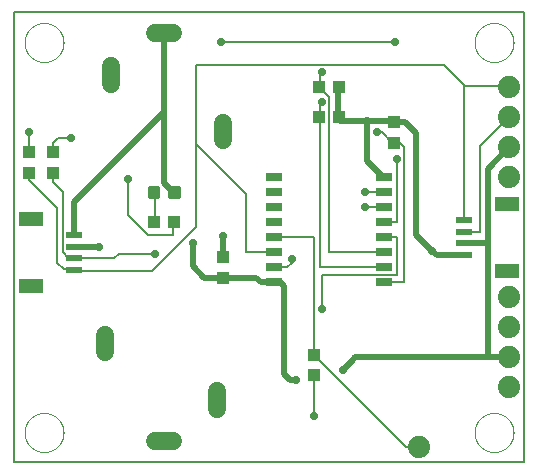
<source format=gtl>
G75*
%MOIN*%
%OFA0B0*%
%FSLAX25Y25*%
%IPPOS*%
%LPD*%
%AMOC8*
5,1,8,0,0,1.08239X$1,22.5*
%
%ADD10C,0.00800*%
%ADD11C,0.00000*%
%ADD12R,0.07874X0.04724*%
%ADD13R,0.05315X0.02362*%
%ADD14R,0.03937X0.04331*%
%ADD15R,0.05500X0.02550*%
%ADD16R,0.04331X0.03937*%
%ADD17C,0.01181*%
%ADD18C,0.07400*%
%ADD19C,0.05906*%
%ADD20C,0.02900*%
%ADD21C,0.00700*%
%ADD22C,0.02000*%
D10*
X0017370Y0015949D02*
X0017370Y0165949D01*
X0187370Y0165949D01*
X0187370Y0015949D01*
X0017370Y0015949D01*
D11*
X0020870Y0025949D02*
X0020872Y0026110D01*
X0020878Y0026270D01*
X0020888Y0026431D01*
X0020902Y0026591D01*
X0020920Y0026751D01*
X0020941Y0026910D01*
X0020967Y0027069D01*
X0020997Y0027227D01*
X0021030Y0027384D01*
X0021068Y0027541D01*
X0021109Y0027696D01*
X0021154Y0027850D01*
X0021203Y0028003D01*
X0021256Y0028155D01*
X0021312Y0028306D01*
X0021373Y0028455D01*
X0021436Y0028603D01*
X0021504Y0028749D01*
X0021575Y0028893D01*
X0021649Y0029035D01*
X0021727Y0029176D01*
X0021809Y0029314D01*
X0021894Y0029451D01*
X0021982Y0029585D01*
X0022074Y0029717D01*
X0022169Y0029847D01*
X0022267Y0029975D01*
X0022368Y0030100D01*
X0022472Y0030222D01*
X0022579Y0030342D01*
X0022689Y0030459D01*
X0022802Y0030574D01*
X0022918Y0030685D01*
X0023037Y0030794D01*
X0023158Y0030899D01*
X0023282Y0031002D01*
X0023408Y0031102D01*
X0023536Y0031198D01*
X0023667Y0031291D01*
X0023801Y0031381D01*
X0023936Y0031468D01*
X0024074Y0031551D01*
X0024213Y0031631D01*
X0024355Y0031707D01*
X0024498Y0031780D01*
X0024643Y0031849D01*
X0024790Y0031915D01*
X0024938Y0031977D01*
X0025088Y0032035D01*
X0025239Y0032090D01*
X0025392Y0032141D01*
X0025546Y0032188D01*
X0025701Y0032231D01*
X0025857Y0032270D01*
X0026013Y0032306D01*
X0026171Y0032337D01*
X0026329Y0032365D01*
X0026488Y0032389D01*
X0026648Y0032409D01*
X0026808Y0032425D01*
X0026968Y0032437D01*
X0027129Y0032445D01*
X0027290Y0032449D01*
X0027450Y0032449D01*
X0027611Y0032445D01*
X0027772Y0032437D01*
X0027932Y0032425D01*
X0028092Y0032409D01*
X0028252Y0032389D01*
X0028411Y0032365D01*
X0028569Y0032337D01*
X0028727Y0032306D01*
X0028883Y0032270D01*
X0029039Y0032231D01*
X0029194Y0032188D01*
X0029348Y0032141D01*
X0029501Y0032090D01*
X0029652Y0032035D01*
X0029802Y0031977D01*
X0029950Y0031915D01*
X0030097Y0031849D01*
X0030242Y0031780D01*
X0030385Y0031707D01*
X0030527Y0031631D01*
X0030666Y0031551D01*
X0030804Y0031468D01*
X0030939Y0031381D01*
X0031073Y0031291D01*
X0031204Y0031198D01*
X0031332Y0031102D01*
X0031458Y0031002D01*
X0031582Y0030899D01*
X0031703Y0030794D01*
X0031822Y0030685D01*
X0031938Y0030574D01*
X0032051Y0030459D01*
X0032161Y0030342D01*
X0032268Y0030222D01*
X0032372Y0030100D01*
X0032473Y0029975D01*
X0032571Y0029847D01*
X0032666Y0029717D01*
X0032758Y0029585D01*
X0032846Y0029451D01*
X0032931Y0029314D01*
X0033013Y0029176D01*
X0033091Y0029035D01*
X0033165Y0028893D01*
X0033236Y0028749D01*
X0033304Y0028603D01*
X0033367Y0028455D01*
X0033428Y0028306D01*
X0033484Y0028155D01*
X0033537Y0028003D01*
X0033586Y0027850D01*
X0033631Y0027696D01*
X0033672Y0027541D01*
X0033710Y0027384D01*
X0033743Y0027227D01*
X0033773Y0027069D01*
X0033799Y0026910D01*
X0033820Y0026751D01*
X0033838Y0026591D01*
X0033852Y0026431D01*
X0033862Y0026270D01*
X0033868Y0026110D01*
X0033870Y0025949D01*
X0033868Y0025788D01*
X0033862Y0025628D01*
X0033852Y0025467D01*
X0033838Y0025307D01*
X0033820Y0025147D01*
X0033799Y0024988D01*
X0033773Y0024829D01*
X0033743Y0024671D01*
X0033710Y0024514D01*
X0033672Y0024357D01*
X0033631Y0024202D01*
X0033586Y0024048D01*
X0033537Y0023895D01*
X0033484Y0023743D01*
X0033428Y0023592D01*
X0033367Y0023443D01*
X0033304Y0023295D01*
X0033236Y0023149D01*
X0033165Y0023005D01*
X0033091Y0022863D01*
X0033013Y0022722D01*
X0032931Y0022584D01*
X0032846Y0022447D01*
X0032758Y0022313D01*
X0032666Y0022181D01*
X0032571Y0022051D01*
X0032473Y0021923D01*
X0032372Y0021798D01*
X0032268Y0021676D01*
X0032161Y0021556D01*
X0032051Y0021439D01*
X0031938Y0021324D01*
X0031822Y0021213D01*
X0031703Y0021104D01*
X0031582Y0020999D01*
X0031458Y0020896D01*
X0031332Y0020796D01*
X0031204Y0020700D01*
X0031073Y0020607D01*
X0030939Y0020517D01*
X0030804Y0020430D01*
X0030666Y0020347D01*
X0030527Y0020267D01*
X0030385Y0020191D01*
X0030242Y0020118D01*
X0030097Y0020049D01*
X0029950Y0019983D01*
X0029802Y0019921D01*
X0029652Y0019863D01*
X0029501Y0019808D01*
X0029348Y0019757D01*
X0029194Y0019710D01*
X0029039Y0019667D01*
X0028883Y0019628D01*
X0028727Y0019592D01*
X0028569Y0019561D01*
X0028411Y0019533D01*
X0028252Y0019509D01*
X0028092Y0019489D01*
X0027932Y0019473D01*
X0027772Y0019461D01*
X0027611Y0019453D01*
X0027450Y0019449D01*
X0027290Y0019449D01*
X0027129Y0019453D01*
X0026968Y0019461D01*
X0026808Y0019473D01*
X0026648Y0019489D01*
X0026488Y0019509D01*
X0026329Y0019533D01*
X0026171Y0019561D01*
X0026013Y0019592D01*
X0025857Y0019628D01*
X0025701Y0019667D01*
X0025546Y0019710D01*
X0025392Y0019757D01*
X0025239Y0019808D01*
X0025088Y0019863D01*
X0024938Y0019921D01*
X0024790Y0019983D01*
X0024643Y0020049D01*
X0024498Y0020118D01*
X0024355Y0020191D01*
X0024213Y0020267D01*
X0024074Y0020347D01*
X0023936Y0020430D01*
X0023801Y0020517D01*
X0023667Y0020607D01*
X0023536Y0020700D01*
X0023408Y0020796D01*
X0023282Y0020896D01*
X0023158Y0020999D01*
X0023037Y0021104D01*
X0022918Y0021213D01*
X0022802Y0021324D01*
X0022689Y0021439D01*
X0022579Y0021556D01*
X0022472Y0021676D01*
X0022368Y0021798D01*
X0022267Y0021923D01*
X0022169Y0022051D01*
X0022074Y0022181D01*
X0021982Y0022313D01*
X0021894Y0022447D01*
X0021809Y0022584D01*
X0021727Y0022722D01*
X0021649Y0022863D01*
X0021575Y0023005D01*
X0021504Y0023149D01*
X0021436Y0023295D01*
X0021373Y0023443D01*
X0021312Y0023592D01*
X0021256Y0023743D01*
X0021203Y0023895D01*
X0021154Y0024048D01*
X0021109Y0024202D01*
X0021068Y0024357D01*
X0021030Y0024514D01*
X0020997Y0024671D01*
X0020967Y0024829D01*
X0020941Y0024988D01*
X0020920Y0025147D01*
X0020902Y0025307D01*
X0020888Y0025467D01*
X0020878Y0025628D01*
X0020872Y0025788D01*
X0020870Y0025949D01*
X0020870Y0155949D02*
X0020872Y0156110D01*
X0020878Y0156270D01*
X0020888Y0156431D01*
X0020902Y0156591D01*
X0020920Y0156751D01*
X0020941Y0156910D01*
X0020967Y0157069D01*
X0020997Y0157227D01*
X0021030Y0157384D01*
X0021068Y0157541D01*
X0021109Y0157696D01*
X0021154Y0157850D01*
X0021203Y0158003D01*
X0021256Y0158155D01*
X0021312Y0158306D01*
X0021373Y0158455D01*
X0021436Y0158603D01*
X0021504Y0158749D01*
X0021575Y0158893D01*
X0021649Y0159035D01*
X0021727Y0159176D01*
X0021809Y0159314D01*
X0021894Y0159451D01*
X0021982Y0159585D01*
X0022074Y0159717D01*
X0022169Y0159847D01*
X0022267Y0159975D01*
X0022368Y0160100D01*
X0022472Y0160222D01*
X0022579Y0160342D01*
X0022689Y0160459D01*
X0022802Y0160574D01*
X0022918Y0160685D01*
X0023037Y0160794D01*
X0023158Y0160899D01*
X0023282Y0161002D01*
X0023408Y0161102D01*
X0023536Y0161198D01*
X0023667Y0161291D01*
X0023801Y0161381D01*
X0023936Y0161468D01*
X0024074Y0161551D01*
X0024213Y0161631D01*
X0024355Y0161707D01*
X0024498Y0161780D01*
X0024643Y0161849D01*
X0024790Y0161915D01*
X0024938Y0161977D01*
X0025088Y0162035D01*
X0025239Y0162090D01*
X0025392Y0162141D01*
X0025546Y0162188D01*
X0025701Y0162231D01*
X0025857Y0162270D01*
X0026013Y0162306D01*
X0026171Y0162337D01*
X0026329Y0162365D01*
X0026488Y0162389D01*
X0026648Y0162409D01*
X0026808Y0162425D01*
X0026968Y0162437D01*
X0027129Y0162445D01*
X0027290Y0162449D01*
X0027450Y0162449D01*
X0027611Y0162445D01*
X0027772Y0162437D01*
X0027932Y0162425D01*
X0028092Y0162409D01*
X0028252Y0162389D01*
X0028411Y0162365D01*
X0028569Y0162337D01*
X0028727Y0162306D01*
X0028883Y0162270D01*
X0029039Y0162231D01*
X0029194Y0162188D01*
X0029348Y0162141D01*
X0029501Y0162090D01*
X0029652Y0162035D01*
X0029802Y0161977D01*
X0029950Y0161915D01*
X0030097Y0161849D01*
X0030242Y0161780D01*
X0030385Y0161707D01*
X0030527Y0161631D01*
X0030666Y0161551D01*
X0030804Y0161468D01*
X0030939Y0161381D01*
X0031073Y0161291D01*
X0031204Y0161198D01*
X0031332Y0161102D01*
X0031458Y0161002D01*
X0031582Y0160899D01*
X0031703Y0160794D01*
X0031822Y0160685D01*
X0031938Y0160574D01*
X0032051Y0160459D01*
X0032161Y0160342D01*
X0032268Y0160222D01*
X0032372Y0160100D01*
X0032473Y0159975D01*
X0032571Y0159847D01*
X0032666Y0159717D01*
X0032758Y0159585D01*
X0032846Y0159451D01*
X0032931Y0159314D01*
X0033013Y0159176D01*
X0033091Y0159035D01*
X0033165Y0158893D01*
X0033236Y0158749D01*
X0033304Y0158603D01*
X0033367Y0158455D01*
X0033428Y0158306D01*
X0033484Y0158155D01*
X0033537Y0158003D01*
X0033586Y0157850D01*
X0033631Y0157696D01*
X0033672Y0157541D01*
X0033710Y0157384D01*
X0033743Y0157227D01*
X0033773Y0157069D01*
X0033799Y0156910D01*
X0033820Y0156751D01*
X0033838Y0156591D01*
X0033852Y0156431D01*
X0033862Y0156270D01*
X0033868Y0156110D01*
X0033870Y0155949D01*
X0033868Y0155788D01*
X0033862Y0155628D01*
X0033852Y0155467D01*
X0033838Y0155307D01*
X0033820Y0155147D01*
X0033799Y0154988D01*
X0033773Y0154829D01*
X0033743Y0154671D01*
X0033710Y0154514D01*
X0033672Y0154357D01*
X0033631Y0154202D01*
X0033586Y0154048D01*
X0033537Y0153895D01*
X0033484Y0153743D01*
X0033428Y0153592D01*
X0033367Y0153443D01*
X0033304Y0153295D01*
X0033236Y0153149D01*
X0033165Y0153005D01*
X0033091Y0152863D01*
X0033013Y0152722D01*
X0032931Y0152584D01*
X0032846Y0152447D01*
X0032758Y0152313D01*
X0032666Y0152181D01*
X0032571Y0152051D01*
X0032473Y0151923D01*
X0032372Y0151798D01*
X0032268Y0151676D01*
X0032161Y0151556D01*
X0032051Y0151439D01*
X0031938Y0151324D01*
X0031822Y0151213D01*
X0031703Y0151104D01*
X0031582Y0150999D01*
X0031458Y0150896D01*
X0031332Y0150796D01*
X0031204Y0150700D01*
X0031073Y0150607D01*
X0030939Y0150517D01*
X0030804Y0150430D01*
X0030666Y0150347D01*
X0030527Y0150267D01*
X0030385Y0150191D01*
X0030242Y0150118D01*
X0030097Y0150049D01*
X0029950Y0149983D01*
X0029802Y0149921D01*
X0029652Y0149863D01*
X0029501Y0149808D01*
X0029348Y0149757D01*
X0029194Y0149710D01*
X0029039Y0149667D01*
X0028883Y0149628D01*
X0028727Y0149592D01*
X0028569Y0149561D01*
X0028411Y0149533D01*
X0028252Y0149509D01*
X0028092Y0149489D01*
X0027932Y0149473D01*
X0027772Y0149461D01*
X0027611Y0149453D01*
X0027450Y0149449D01*
X0027290Y0149449D01*
X0027129Y0149453D01*
X0026968Y0149461D01*
X0026808Y0149473D01*
X0026648Y0149489D01*
X0026488Y0149509D01*
X0026329Y0149533D01*
X0026171Y0149561D01*
X0026013Y0149592D01*
X0025857Y0149628D01*
X0025701Y0149667D01*
X0025546Y0149710D01*
X0025392Y0149757D01*
X0025239Y0149808D01*
X0025088Y0149863D01*
X0024938Y0149921D01*
X0024790Y0149983D01*
X0024643Y0150049D01*
X0024498Y0150118D01*
X0024355Y0150191D01*
X0024213Y0150267D01*
X0024074Y0150347D01*
X0023936Y0150430D01*
X0023801Y0150517D01*
X0023667Y0150607D01*
X0023536Y0150700D01*
X0023408Y0150796D01*
X0023282Y0150896D01*
X0023158Y0150999D01*
X0023037Y0151104D01*
X0022918Y0151213D01*
X0022802Y0151324D01*
X0022689Y0151439D01*
X0022579Y0151556D01*
X0022472Y0151676D01*
X0022368Y0151798D01*
X0022267Y0151923D01*
X0022169Y0152051D01*
X0022074Y0152181D01*
X0021982Y0152313D01*
X0021894Y0152447D01*
X0021809Y0152584D01*
X0021727Y0152722D01*
X0021649Y0152863D01*
X0021575Y0153005D01*
X0021504Y0153149D01*
X0021436Y0153295D01*
X0021373Y0153443D01*
X0021312Y0153592D01*
X0021256Y0153743D01*
X0021203Y0153895D01*
X0021154Y0154048D01*
X0021109Y0154202D01*
X0021068Y0154357D01*
X0021030Y0154514D01*
X0020997Y0154671D01*
X0020967Y0154829D01*
X0020941Y0154988D01*
X0020920Y0155147D01*
X0020902Y0155307D01*
X0020888Y0155467D01*
X0020878Y0155628D01*
X0020872Y0155788D01*
X0020870Y0155949D01*
X0170870Y0155949D02*
X0170872Y0156110D01*
X0170878Y0156270D01*
X0170888Y0156431D01*
X0170902Y0156591D01*
X0170920Y0156751D01*
X0170941Y0156910D01*
X0170967Y0157069D01*
X0170997Y0157227D01*
X0171030Y0157384D01*
X0171068Y0157541D01*
X0171109Y0157696D01*
X0171154Y0157850D01*
X0171203Y0158003D01*
X0171256Y0158155D01*
X0171312Y0158306D01*
X0171373Y0158455D01*
X0171436Y0158603D01*
X0171504Y0158749D01*
X0171575Y0158893D01*
X0171649Y0159035D01*
X0171727Y0159176D01*
X0171809Y0159314D01*
X0171894Y0159451D01*
X0171982Y0159585D01*
X0172074Y0159717D01*
X0172169Y0159847D01*
X0172267Y0159975D01*
X0172368Y0160100D01*
X0172472Y0160222D01*
X0172579Y0160342D01*
X0172689Y0160459D01*
X0172802Y0160574D01*
X0172918Y0160685D01*
X0173037Y0160794D01*
X0173158Y0160899D01*
X0173282Y0161002D01*
X0173408Y0161102D01*
X0173536Y0161198D01*
X0173667Y0161291D01*
X0173801Y0161381D01*
X0173936Y0161468D01*
X0174074Y0161551D01*
X0174213Y0161631D01*
X0174355Y0161707D01*
X0174498Y0161780D01*
X0174643Y0161849D01*
X0174790Y0161915D01*
X0174938Y0161977D01*
X0175088Y0162035D01*
X0175239Y0162090D01*
X0175392Y0162141D01*
X0175546Y0162188D01*
X0175701Y0162231D01*
X0175857Y0162270D01*
X0176013Y0162306D01*
X0176171Y0162337D01*
X0176329Y0162365D01*
X0176488Y0162389D01*
X0176648Y0162409D01*
X0176808Y0162425D01*
X0176968Y0162437D01*
X0177129Y0162445D01*
X0177290Y0162449D01*
X0177450Y0162449D01*
X0177611Y0162445D01*
X0177772Y0162437D01*
X0177932Y0162425D01*
X0178092Y0162409D01*
X0178252Y0162389D01*
X0178411Y0162365D01*
X0178569Y0162337D01*
X0178727Y0162306D01*
X0178883Y0162270D01*
X0179039Y0162231D01*
X0179194Y0162188D01*
X0179348Y0162141D01*
X0179501Y0162090D01*
X0179652Y0162035D01*
X0179802Y0161977D01*
X0179950Y0161915D01*
X0180097Y0161849D01*
X0180242Y0161780D01*
X0180385Y0161707D01*
X0180527Y0161631D01*
X0180666Y0161551D01*
X0180804Y0161468D01*
X0180939Y0161381D01*
X0181073Y0161291D01*
X0181204Y0161198D01*
X0181332Y0161102D01*
X0181458Y0161002D01*
X0181582Y0160899D01*
X0181703Y0160794D01*
X0181822Y0160685D01*
X0181938Y0160574D01*
X0182051Y0160459D01*
X0182161Y0160342D01*
X0182268Y0160222D01*
X0182372Y0160100D01*
X0182473Y0159975D01*
X0182571Y0159847D01*
X0182666Y0159717D01*
X0182758Y0159585D01*
X0182846Y0159451D01*
X0182931Y0159314D01*
X0183013Y0159176D01*
X0183091Y0159035D01*
X0183165Y0158893D01*
X0183236Y0158749D01*
X0183304Y0158603D01*
X0183367Y0158455D01*
X0183428Y0158306D01*
X0183484Y0158155D01*
X0183537Y0158003D01*
X0183586Y0157850D01*
X0183631Y0157696D01*
X0183672Y0157541D01*
X0183710Y0157384D01*
X0183743Y0157227D01*
X0183773Y0157069D01*
X0183799Y0156910D01*
X0183820Y0156751D01*
X0183838Y0156591D01*
X0183852Y0156431D01*
X0183862Y0156270D01*
X0183868Y0156110D01*
X0183870Y0155949D01*
X0183868Y0155788D01*
X0183862Y0155628D01*
X0183852Y0155467D01*
X0183838Y0155307D01*
X0183820Y0155147D01*
X0183799Y0154988D01*
X0183773Y0154829D01*
X0183743Y0154671D01*
X0183710Y0154514D01*
X0183672Y0154357D01*
X0183631Y0154202D01*
X0183586Y0154048D01*
X0183537Y0153895D01*
X0183484Y0153743D01*
X0183428Y0153592D01*
X0183367Y0153443D01*
X0183304Y0153295D01*
X0183236Y0153149D01*
X0183165Y0153005D01*
X0183091Y0152863D01*
X0183013Y0152722D01*
X0182931Y0152584D01*
X0182846Y0152447D01*
X0182758Y0152313D01*
X0182666Y0152181D01*
X0182571Y0152051D01*
X0182473Y0151923D01*
X0182372Y0151798D01*
X0182268Y0151676D01*
X0182161Y0151556D01*
X0182051Y0151439D01*
X0181938Y0151324D01*
X0181822Y0151213D01*
X0181703Y0151104D01*
X0181582Y0150999D01*
X0181458Y0150896D01*
X0181332Y0150796D01*
X0181204Y0150700D01*
X0181073Y0150607D01*
X0180939Y0150517D01*
X0180804Y0150430D01*
X0180666Y0150347D01*
X0180527Y0150267D01*
X0180385Y0150191D01*
X0180242Y0150118D01*
X0180097Y0150049D01*
X0179950Y0149983D01*
X0179802Y0149921D01*
X0179652Y0149863D01*
X0179501Y0149808D01*
X0179348Y0149757D01*
X0179194Y0149710D01*
X0179039Y0149667D01*
X0178883Y0149628D01*
X0178727Y0149592D01*
X0178569Y0149561D01*
X0178411Y0149533D01*
X0178252Y0149509D01*
X0178092Y0149489D01*
X0177932Y0149473D01*
X0177772Y0149461D01*
X0177611Y0149453D01*
X0177450Y0149449D01*
X0177290Y0149449D01*
X0177129Y0149453D01*
X0176968Y0149461D01*
X0176808Y0149473D01*
X0176648Y0149489D01*
X0176488Y0149509D01*
X0176329Y0149533D01*
X0176171Y0149561D01*
X0176013Y0149592D01*
X0175857Y0149628D01*
X0175701Y0149667D01*
X0175546Y0149710D01*
X0175392Y0149757D01*
X0175239Y0149808D01*
X0175088Y0149863D01*
X0174938Y0149921D01*
X0174790Y0149983D01*
X0174643Y0150049D01*
X0174498Y0150118D01*
X0174355Y0150191D01*
X0174213Y0150267D01*
X0174074Y0150347D01*
X0173936Y0150430D01*
X0173801Y0150517D01*
X0173667Y0150607D01*
X0173536Y0150700D01*
X0173408Y0150796D01*
X0173282Y0150896D01*
X0173158Y0150999D01*
X0173037Y0151104D01*
X0172918Y0151213D01*
X0172802Y0151324D01*
X0172689Y0151439D01*
X0172579Y0151556D01*
X0172472Y0151676D01*
X0172368Y0151798D01*
X0172267Y0151923D01*
X0172169Y0152051D01*
X0172074Y0152181D01*
X0171982Y0152313D01*
X0171894Y0152447D01*
X0171809Y0152584D01*
X0171727Y0152722D01*
X0171649Y0152863D01*
X0171575Y0153005D01*
X0171504Y0153149D01*
X0171436Y0153295D01*
X0171373Y0153443D01*
X0171312Y0153592D01*
X0171256Y0153743D01*
X0171203Y0153895D01*
X0171154Y0154048D01*
X0171109Y0154202D01*
X0171068Y0154357D01*
X0171030Y0154514D01*
X0170997Y0154671D01*
X0170967Y0154829D01*
X0170941Y0154988D01*
X0170920Y0155147D01*
X0170902Y0155307D01*
X0170888Y0155467D01*
X0170878Y0155628D01*
X0170872Y0155788D01*
X0170870Y0155949D01*
X0170870Y0025949D02*
X0170872Y0026110D01*
X0170878Y0026270D01*
X0170888Y0026431D01*
X0170902Y0026591D01*
X0170920Y0026751D01*
X0170941Y0026910D01*
X0170967Y0027069D01*
X0170997Y0027227D01*
X0171030Y0027384D01*
X0171068Y0027541D01*
X0171109Y0027696D01*
X0171154Y0027850D01*
X0171203Y0028003D01*
X0171256Y0028155D01*
X0171312Y0028306D01*
X0171373Y0028455D01*
X0171436Y0028603D01*
X0171504Y0028749D01*
X0171575Y0028893D01*
X0171649Y0029035D01*
X0171727Y0029176D01*
X0171809Y0029314D01*
X0171894Y0029451D01*
X0171982Y0029585D01*
X0172074Y0029717D01*
X0172169Y0029847D01*
X0172267Y0029975D01*
X0172368Y0030100D01*
X0172472Y0030222D01*
X0172579Y0030342D01*
X0172689Y0030459D01*
X0172802Y0030574D01*
X0172918Y0030685D01*
X0173037Y0030794D01*
X0173158Y0030899D01*
X0173282Y0031002D01*
X0173408Y0031102D01*
X0173536Y0031198D01*
X0173667Y0031291D01*
X0173801Y0031381D01*
X0173936Y0031468D01*
X0174074Y0031551D01*
X0174213Y0031631D01*
X0174355Y0031707D01*
X0174498Y0031780D01*
X0174643Y0031849D01*
X0174790Y0031915D01*
X0174938Y0031977D01*
X0175088Y0032035D01*
X0175239Y0032090D01*
X0175392Y0032141D01*
X0175546Y0032188D01*
X0175701Y0032231D01*
X0175857Y0032270D01*
X0176013Y0032306D01*
X0176171Y0032337D01*
X0176329Y0032365D01*
X0176488Y0032389D01*
X0176648Y0032409D01*
X0176808Y0032425D01*
X0176968Y0032437D01*
X0177129Y0032445D01*
X0177290Y0032449D01*
X0177450Y0032449D01*
X0177611Y0032445D01*
X0177772Y0032437D01*
X0177932Y0032425D01*
X0178092Y0032409D01*
X0178252Y0032389D01*
X0178411Y0032365D01*
X0178569Y0032337D01*
X0178727Y0032306D01*
X0178883Y0032270D01*
X0179039Y0032231D01*
X0179194Y0032188D01*
X0179348Y0032141D01*
X0179501Y0032090D01*
X0179652Y0032035D01*
X0179802Y0031977D01*
X0179950Y0031915D01*
X0180097Y0031849D01*
X0180242Y0031780D01*
X0180385Y0031707D01*
X0180527Y0031631D01*
X0180666Y0031551D01*
X0180804Y0031468D01*
X0180939Y0031381D01*
X0181073Y0031291D01*
X0181204Y0031198D01*
X0181332Y0031102D01*
X0181458Y0031002D01*
X0181582Y0030899D01*
X0181703Y0030794D01*
X0181822Y0030685D01*
X0181938Y0030574D01*
X0182051Y0030459D01*
X0182161Y0030342D01*
X0182268Y0030222D01*
X0182372Y0030100D01*
X0182473Y0029975D01*
X0182571Y0029847D01*
X0182666Y0029717D01*
X0182758Y0029585D01*
X0182846Y0029451D01*
X0182931Y0029314D01*
X0183013Y0029176D01*
X0183091Y0029035D01*
X0183165Y0028893D01*
X0183236Y0028749D01*
X0183304Y0028603D01*
X0183367Y0028455D01*
X0183428Y0028306D01*
X0183484Y0028155D01*
X0183537Y0028003D01*
X0183586Y0027850D01*
X0183631Y0027696D01*
X0183672Y0027541D01*
X0183710Y0027384D01*
X0183743Y0027227D01*
X0183773Y0027069D01*
X0183799Y0026910D01*
X0183820Y0026751D01*
X0183838Y0026591D01*
X0183852Y0026431D01*
X0183862Y0026270D01*
X0183868Y0026110D01*
X0183870Y0025949D01*
X0183868Y0025788D01*
X0183862Y0025628D01*
X0183852Y0025467D01*
X0183838Y0025307D01*
X0183820Y0025147D01*
X0183799Y0024988D01*
X0183773Y0024829D01*
X0183743Y0024671D01*
X0183710Y0024514D01*
X0183672Y0024357D01*
X0183631Y0024202D01*
X0183586Y0024048D01*
X0183537Y0023895D01*
X0183484Y0023743D01*
X0183428Y0023592D01*
X0183367Y0023443D01*
X0183304Y0023295D01*
X0183236Y0023149D01*
X0183165Y0023005D01*
X0183091Y0022863D01*
X0183013Y0022722D01*
X0182931Y0022584D01*
X0182846Y0022447D01*
X0182758Y0022313D01*
X0182666Y0022181D01*
X0182571Y0022051D01*
X0182473Y0021923D01*
X0182372Y0021798D01*
X0182268Y0021676D01*
X0182161Y0021556D01*
X0182051Y0021439D01*
X0181938Y0021324D01*
X0181822Y0021213D01*
X0181703Y0021104D01*
X0181582Y0020999D01*
X0181458Y0020896D01*
X0181332Y0020796D01*
X0181204Y0020700D01*
X0181073Y0020607D01*
X0180939Y0020517D01*
X0180804Y0020430D01*
X0180666Y0020347D01*
X0180527Y0020267D01*
X0180385Y0020191D01*
X0180242Y0020118D01*
X0180097Y0020049D01*
X0179950Y0019983D01*
X0179802Y0019921D01*
X0179652Y0019863D01*
X0179501Y0019808D01*
X0179348Y0019757D01*
X0179194Y0019710D01*
X0179039Y0019667D01*
X0178883Y0019628D01*
X0178727Y0019592D01*
X0178569Y0019561D01*
X0178411Y0019533D01*
X0178252Y0019509D01*
X0178092Y0019489D01*
X0177932Y0019473D01*
X0177772Y0019461D01*
X0177611Y0019453D01*
X0177450Y0019449D01*
X0177290Y0019449D01*
X0177129Y0019453D01*
X0176968Y0019461D01*
X0176808Y0019473D01*
X0176648Y0019489D01*
X0176488Y0019509D01*
X0176329Y0019533D01*
X0176171Y0019561D01*
X0176013Y0019592D01*
X0175857Y0019628D01*
X0175701Y0019667D01*
X0175546Y0019710D01*
X0175392Y0019757D01*
X0175239Y0019808D01*
X0175088Y0019863D01*
X0174938Y0019921D01*
X0174790Y0019983D01*
X0174643Y0020049D01*
X0174498Y0020118D01*
X0174355Y0020191D01*
X0174213Y0020267D01*
X0174074Y0020347D01*
X0173936Y0020430D01*
X0173801Y0020517D01*
X0173667Y0020607D01*
X0173536Y0020700D01*
X0173408Y0020796D01*
X0173282Y0020896D01*
X0173158Y0020999D01*
X0173037Y0021104D01*
X0172918Y0021213D01*
X0172802Y0021324D01*
X0172689Y0021439D01*
X0172579Y0021556D01*
X0172472Y0021676D01*
X0172368Y0021798D01*
X0172267Y0021923D01*
X0172169Y0022051D01*
X0172074Y0022181D01*
X0171982Y0022313D01*
X0171894Y0022447D01*
X0171809Y0022584D01*
X0171727Y0022722D01*
X0171649Y0022863D01*
X0171575Y0023005D01*
X0171504Y0023149D01*
X0171436Y0023295D01*
X0171373Y0023443D01*
X0171312Y0023592D01*
X0171256Y0023743D01*
X0171203Y0023895D01*
X0171154Y0024048D01*
X0171109Y0024202D01*
X0171068Y0024357D01*
X0171030Y0024514D01*
X0170997Y0024671D01*
X0170967Y0024829D01*
X0170941Y0024988D01*
X0170920Y0025147D01*
X0170902Y0025307D01*
X0170888Y0025467D01*
X0170878Y0025628D01*
X0170872Y0025788D01*
X0170870Y0025949D01*
D12*
X0181839Y0079925D03*
X0181839Y0101972D03*
X0022902Y0096972D03*
X0022902Y0074925D03*
D13*
X0037370Y0080043D03*
X0037370Y0083980D03*
X0037370Y0087917D03*
X0037370Y0091854D03*
X0167370Y0092917D03*
X0167370Y0096854D03*
X0167370Y0088980D03*
X0167370Y0085043D03*
D14*
X0143900Y0122602D03*
X0143900Y0129295D03*
X0086870Y0084295D03*
X0086870Y0077602D03*
X0117370Y0051795D03*
X0117370Y0045102D03*
X0030370Y0112602D03*
X0030370Y0119295D03*
X0022370Y0119295D03*
X0022370Y0112602D03*
D15*
X0104063Y0110949D03*
X0104063Y0105949D03*
X0104063Y0100949D03*
X0104063Y0095949D03*
X0104063Y0090949D03*
X0104063Y0085949D03*
X0104063Y0080949D03*
X0104063Y0075949D03*
X0140677Y0075949D03*
X0140677Y0080949D03*
X0140677Y0085949D03*
X0140677Y0090949D03*
X0140677Y0095949D03*
X0140677Y0100949D03*
X0140677Y0105949D03*
X0140677Y0110949D03*
D16*
X0125717Y0130949D03*
X0119024Y0130949D03*
X0119024Y0140949D03*
X0125717Y0140949D03*
X0070717Y0095949D03*
X0064024Y0095949D03*
D17*
X0062539Y0104571D02*
X0062539Y0107327D01*
X0065295Y0107327D01*
X0065295Y0104571D01*
X0062539Y0104571D01*
X0062539Y0105693D02*
X0065295Y0105693D01*
X0065295Y0106815D02*
X0062539Y0106815D01*
X0069445Y0107327D02*
X0069445Y0104571D01*
X0069445Y0107327D02*
X0072201Y0107327D01*
X0072201Y0104571D01*
X0069445Y0104571D01*
X0069445Y0105693D02*
X0072201Y0105693D01*
X0072201Y0106815D02*
X0069445Y0106815D01*
D18*
X0152370Y0020949D03*
X0182370Y0040949D03*
X0182370Y0050949D03*
X0182370Y0060949D03*
X0182370Y0070949D03*
X0182370Y0110949D03*
X0182370Y0120949D03*
X0182370Y0130949D03*
X0182370Y0140949D03*
D19*
X0087055Y0129224D02*
X0087055Y0123319D01*
X0049654Y0142217D02*
X0049654Y0148122D01*
X0064417Y0158949D02*
X0070323Y0158949D01*
X0047685Y0058579D02*
X0047685Y0052673D01*
X0064417Y0022949D02*
X0070323Y0022949D01*
X0085087Y0033776D02*
X0085087Y0039681D01*
D20*
X0111350Y0043449D03*
X0117470Y0031309D03*
X0127025Y0046804D03*
X0119870Y0067199D03*
X0109870Y0083909D03*
X0086880Y0091584D03*
X0076870Y0089189D03*
X0064245Y0085554D03*
X0045840Y0087939D03*
X0055330Y0110439D03*
X0036370Y0123949D03*
X0022370Y0125949D03*
X0086370Y0155949D03*
X0119870Y0145949D03*
X0119870Y0135949D03*
X0134870Y0129699D03*
X0138390Y0125999D03*
X0144870Y0117199D03*
X0134360Y0105949D03*
X0134360Y0100949D03*
X0156800Y0086459D03*
X0144370Y0155949D03*
D21*
X0086370Y0155949D01*
X0077995Y0148449D02*
X0077995Y0122019D01*
X0077995Y0094534D01*
X0063275Y0079814D01*
X0037600Y0079814D01*
X0037370Y0080043D01*
X0037090Y0080324D01*
X0033965Y0080324D01*
X0031745Y0082544D01*
X0031745Y0100824D01*
X0022370Y0110199D01*
X0022370Y0112602D01*
X0022370Y0119295D02*
X0022370Y0125949D01*
X0030370Y0122324D02*
X0030370Y0119295D01*
X0030370Y0122324D02*
X0031995Y0123949D01*
X0036370Y0123949D01*
X0030370Y0112602D02*
X0030370Y0109324D01*
X0033620Y0106074D01*
X0033620Y0085949D01*
X0035495Y0084074D01*
X0037370Y0084074D01*
X0037370Y0083980D01*
X0037370Y0084074D02*
X0050825Y0084074D01*
X0052305Y0085554D01*
X0064245Y0085554D01*
X0062120Y0091824D02*
X0070495Y0091824D01*
X0070495Y0095727D01*
X0070717Y0095949D01*
X0064245Y0095949D02*
X0064024Y0095949D01*
X0064245Y0095949D02*
X0064245Y0105949D01*
X0063917Y0105949D01*
X0070495Y0105949D02*
X0070823Y0105949D01*
X0055395Y0110374D02*
X0055395Y0098549D01*
X0062120Y0091824D01*
X0055395Y0110374D02*
X0055330Y0110439D01*
X0077995Y0122019D02*
X0094575Y0105439D01*
X0094575Y0085949D01*
X0104063Y0085949D01*
X0104063Y0090949D02*
X0117370Y0090949D01*
X0117370Y0051795D01*
X0117880Y0051285D01*
X0117880Y0051064D01*
X0147995Y0020949D01*
X0152370Y0020949D01*
X0117470Y0031309D02*
X0117370Y0031409D01*
X0117370Y0045102D01*
X0119870Y0067199D02*
X0119870Y0078449D01*
X0144870Y0078449D01*
X0144870Y0090949D01*
X0140677Y0090949D01*
X0140677Y0095949D02*
X0144870Y0095949D01*
X0144870Y0117199D01*
X0147420Y0121122D02*
X0147420Y0075949D01*
X0140677Y0075949D01*
X0140677Y0080949D02*
X0119245Y0080949D01*
X0119245Y0130949D01*
X0119024Y0130949D01*
X0119245Y0130949D02*
X0119245Y0135324D01*
X0119870Y0135949D01*
X0122370Y0137824D02*
X0119245Y0140949D01*
X0119024Y0140949D01*
X0119245Y0140949D02*
X0119245Y0145324D01*
X0119870Y0145949D01*
X0125495Y0140949D02*
X0125717Y0140949D01*
X0122370Y0137824D02*
X0122370Y0085949D01*
X0140677Y0085949D01*
X0140677Y0100949D02*
X0134360Y0100949D01*
X0134360Y0105949D02*
X0140677Y0105949D01*
X0140677Y0110949D02*
X0140495Y0110949D01*
X0147420Y0121122D02*
X0145940Y0122602D01*
X0143900Y0122602D01*
X0143317Y0122602D01*
X0139920Y0125999D01*
X0138390Y0125999D01*
X0143900Y0129295D02*
X0143900Y0129699D01*
X0126120Y0130949D02*
X0125717Y0130949D01*
X0125495Y0130949D01*
X0160710Y0148449D02*
X0077995Y0148449D01*
X0037370Y0087939D02*
X0037370Y0087917D01*
X0104063Y0080949D02*
X0108440Y0080949D01*
X0109870Y0082379D01*
X0109870Y0083909D01*
X0167370Y0088980D02*
X0167370Y0089074D01*
X0167370Y0092917D02*
X0167370Y0092939D01*
X0172830Y0092939D01*
X0172830Y0121409D01*
X0182370Y0130949D01*
X0182370Y0140949D02*
X0181860Y0141459D01*
X0167700Y0141459D01*
X0167385Y0141774D01*
X0167385Y0097214D01*
X0167370Y0097199D01*
X0167370Y0096854D01*
X0175215Y0089074D02*
X0175215Y0089074D01*
X0167385Y0141774D02*
X0160710Y0148449D01*
D22*
X0147759Y0129295D02*
X0143900Y0129295D01*
X0143900Y0129699D02*
X0134870Y0129699D01*
X0134870Y0116574D01*
X0140495Y0110949D01*
X0151335Y0125719D02*
X0147759Y0129295D01*
X0151335Y0125719D02*
X0151335Y0091924D01*
X0156800Y0086459D01*
X0158216Y0085043D01*
X0167370Y0085043D01*
X0167370Y0089074D02*
X0175215Y0089074D01*
X0175215Y0060444D01*
X0175365Y0060594D01*
X0175365Y0050949D01*
X0182370Y0050949D01*
X0131170Y0050949D01*
X0129895Y0049674D01*
X0129010Y0048789D01*
X0127025Y0046804D01*
X0111350Y0043449D02*
X0109310Y0043449D01*
X0107305Y0045454D01*
X0107305Y0074747D01*
X0106103Y0075949D01*
X0104063Y0075949D01*
X0099770Y0075949D01*
X0098117Y0077602D01*
X0086870Y0077602D01*
X0080717Y0077602D01*
X0076870Y0081449D01*
X0076870Y0089189D01*
X0086870Y0091574D02*
X0086870Y0084295D01*
X0086870Y0077602D02*
X0086870Y0077602D01*
X0086870Y0091574D02*
X0086880Y0091584D01*
X0070495Y0105949D02*
X0067370Y0109074D01*
X0067370Y0132859D01*
X0037370Y0102859D01*
X0037370Y0091854D01*
X0037370Y0087939D02*
X0045840Y0087939D01*
X0067370Y0132859D02*
X0067370Y0158949D01*
X0125495Y0140949D02*
X0125495Y0130949D01*
X0126120Y0130949D02*
X0126120Y0129699D01*
X0134870Y0129699D01*
X0175215Y0113794D02*
X0182370Y0120949D01*
X0175215Y0113794D02*
X0175215Y0089074D01*
M02*

</source>
